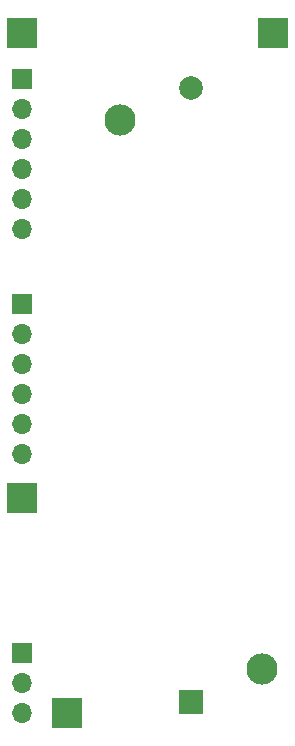
<source format=gbr>
%TF.GenerationSoftware,KiCad,Pcbnew,6.0.11-2627ca5db0~126~ubuntu22.04.1*%
%TF.CreationDate,2024-01-13T12:35:49+01:00*%
%TF.ProjectId,HB_TH_Sensor_SHT45_AllInOne_FUEL4EP,48425f54-485f-4536-956e-736f725f5348,1.2*%
%TF.SameCoordinates,Original*%
%TF.FileFunction,Soldermask,Bot*%
%TF.FilePolarity,Negative*%
%FSLAX46Y46*%
G04 Gerber Fmt 4.6, Leading zero omitted, Abs format (unit mm)*
G04 Created by KiCad (PCBNEW 6.0.11-2627ca5db0~126~ubuntu22.04.1) date 2024-01-13 12:35:49*
%MOMM*%
%LPD*%
G01*
G04 APERTURE LIST*
%ADD10R,2.500000X2.500000*%
%ADD11C,2.640000*%
%ADD12R,2.000000X2.000000*%
%ADD13C,2.000000*%
%ADD14R,1.700000X1.700000*%
%ADD15O,1.700000X1.700000*%
G04 APERTURE END LIST*
D10*
%TO.C,H4*%
X1778000Y20447000D03*
%TD*%
%TO.C,H3*%
X5588000Y2175000D03*
%TD*%
%TO.C,H1*%
X23079000Y59817000D03*
%TD*%
%TO.C,H2*%
X1778000Y59817000D03*
%TD*%
D11*
%TO.C,BT1*%
X22124000Y5925000D03*
X10134000Y52405000D03*
D12*
X16129000Y3175000D03*
D13*
X16129000Y55165000D03*
%TD*%
D14*
%TO.C,J1*%
X1828000Y7275000D03*
D15*
X1828000Y4735000D03*
X1828000Y2195000D03*
%TD*%
D14*
%TO.C,J3*%
X1828000Y55880000D03*
D15*
X1828000Y53340000D03*
X1828000Y50800000D03*
X1828000Y48260000D03*
X1828000Y45720000D03*
X1828000Y43180000D03*
%TD*%
D14*
%TO.C,J2*%
X1828000Y36830000D03*
D15*
X1828000Y34290000D03*
X1828000Y31750000D03*
X1828000Y29210000D03*
X1828000Y26670000D03*
X1828000Y24130000D03*
%TD*%
M02*

</source>
